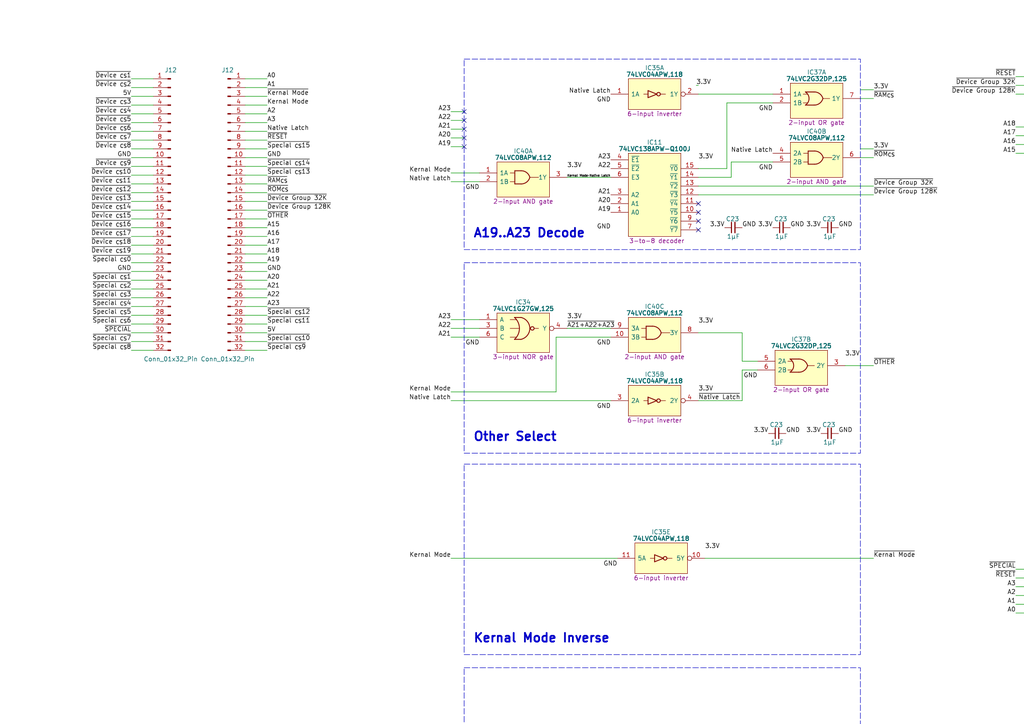
<source format=kicad_sch>
(kicad_sch (version 20230121) (generator eeschema)
  (paper "A4")
  (lib_symbols
    (symbol "C_0805_5" (pin_numbers hide) (pin_names (offset 0.254) hide)
      (property "Reference" "C" (at 2.286 2.54 0))
      (property "Value" "?μF" (at 2.54 -2.54 0))
      (symbol "C_0805_5_1_1"
        (pin passive line (at 0 0 0) (length 2.032) (name "~") (number "1"))
        (pin passive line (at 5.08 0 180) (length 2.032) (name "~") (number "2"))
      )
    )
    (symbol "Connector:Conn_01x32_Pin" (pin_names (offset 1.016) hide)
      (property "Reference" "J" (at 0 40.64 0))
      (property "Value" "Conn_01x32_Pin" (at 0 -43.18 0))
      (symbol "Conn_01x32_Pin_1_1"
        (pin passive line (at 5.08 38.1 180) (length 3.81) (name "Pin_1") (number "1"))
        (pin passive line (at 5.08 15.24 180) (length 3.81) (name "Pin_10") (number "10"))
        (pin passive line (at 5.08 12.7 180) (length 3.81) (name "Pin_11") (number "11"))
        (pin passive line (at 5.08 10.16 180) (length 3.81) (name "Pin_12") (number "12"))
        (pin passive line (at 5.08 7.62 180) (length 3.81) (name "Pin_13") (number "13"))
        (pin passive line (at 5.08 5.08 180) (length 3.81) (name "Pin_14") (number "14"))
        (pin passive line (at 5.08 2.54 180) (length 3.81) (name "Pin_15") (number "15"))
        (pin passive line (at 5.08 0 180) (length 3.81) (name "Pin_16") (number "16"))
        (pin passive line (at 5.08 -2.54 180) (length 3.81) (name "Pin_17") (number "17"))
        (pin passive line (at 5.08 -5.08 180) (length 3.81) (name "Pin_18") (number "18"))
        (pin passive line (at 5.08 -7.62 180) (length 3.81) (name "Pin_19") (number "19"))
        (pin passive line (at 5.08 35.56 180) (length 3.81) (name "Pin_2") (number "2"))
        (pin passive line (at 5.08 -10.16 180) (length 3.81) (name "Pin_20") (number "20"))
        (pin passive line (at 5.08 -12.7 180) (length 3.81) (name "Pin_21") (number "21"))
        (pin passive line (at 5.08 -15.24 180) (length 3.81) (name "Pin_22") (number "22"))
        (pin passive line (at 5.08 -17.78 180) (length 3.81) (name "Pin_23") (number "23"))
        (pin passive line (at 5.08 -20.32 180) (length 3.81) (name "Pin_24") (number "24"))
        (pin passive line (at 5.08 -22.86 180) (length 3.81) (name "Pin_25") (number "25"))
        (pin passive line (at 5.08 -25.4 180) (length 3.81) (name "Pin_26") (number "26"))
        (pin passive line (at 5.08 -27.94 180) (length 3.81) (name "Pin_27") (number "27"))
        (pin passive line (at 5.08 -30.48 180) (length 3.81) (name "Pin_28") (number "28"))
        (pin passive line (at 5.08 -33.02 180) (length 3.81) (name "Pin_29") (number "29"))
        (pin passive line (at 5.08 33.02 180) (length 3.81) (name "Pin_3") (number "3"))
        (pin passive line (at 5.08 -35.56 180) (length 3.81) (name "Pin_30") (number "30"))
        (pin passive line (at 5.08 -38.1 180) (length 3.81) (name "Pin_31") (number "31"))
        (pin passive line (at 5.08 -40.64 180) (length 3.81) (name "Pin_32") (number "32"))
        (pin passive line (at 5.08 30.48 180) (length 3.81) (name "Pin_4") (number "4"))
        (pin passive line (at 5.08 27.94 180) (length 3.81) (name "Pin_5") (number "5"))
        (pin passive line (at 5.08 25.4 180) (length 3.81) (name "Pin_6") (number "6"))
        (pin passive line (at 5.08 22.86 180) (length 3.81) (name "Pin_7") (number "7"))
        (pin passive line (at 5.08 20.32 180) (length 3.81) (name "Pin_8") (number "8"))
        (pin passive line (at 5.08 17.78 180) (length 3.81) (name "Pin_9") (number "9"))
      )
    )
    (symbol "Diodes_Inc:AP7365-33WG-7" (pin_names (offset 0.762))
      (property "Reference" "IC" (at 12.7 5.08 0))
      (property "Value" "AP7365-33WG-7" (at 12.7 3.175 0))
      (property "Description" "3.3V LDO voltage regulator" (at 12.7 -8.255 0))
      (symbol "AP7365-33WG-7_0_0"
        (pin passive line (at 0 0 0) (length 5.08) (name "VIN") (number "1"))
        (pin passive line (at 0 -5.08 0) (length 5.08) (name "GND") (number "2"))
        (pin input line (at 0 -2.54 0) (length 5.08) (name "EN") (number "3"))
        (pin passive line (at 25.4 -5.08 180) (length 5.08) (name "ADJ") (number "4"))
        (pin passive line (at 25.4 0 180) (length 5.08) (name "VOUT") (number "5"))
      )
    )
    (symbol "HCP65:C_0805" (pin_numbers hide) (pin_names (offset 0.254) hide)
      (property "Reference" "C" (at 2.286 2.54 0))
      (property "Value" "?μF" (at 2.54 -2.54 0))
      (symbol "C_0805_1_1"
        (pin passive line (at 0 0 0) (length 2.032) (name "~") (number "1"))
        (pin passive line (at 5.08 0 180) (length 2.032) (name "~") (number "2"))
      )
    )
    (symbol "Nexperia:74LVC04APW,118_Multi" (pin_names (offset 0.762))
      (property "Reference" "IC" (at 12.7 7.62 0))
      (property "Value" "74LVC04APW,118" (at 12.7 5.715 0))
      (property "Description" "6-input inverter" (at 12.7 -5.715 0))
      (symbol "74LVC04APW,118_Multi_0_0"
        (pin passive line (at 25.4 2.54 180) (length 5.08) hide (name "3V") (number "14"))
        (pin passive line (at 0 -2.54 0) (length 5.08) hide (name "GND") (number "7"))
      )
      (symbol "74LVC04APW,118_Multi_1_0"
        (pin input line (at 0 0 0) (length 5.08) (name "1A") (number "1"))
        (pin output inverted (at 25.4 0 180) (length 5.08) (name "1Y") (number "2"))
      )
      (symbol "74LVC04APW,118_Multi_2_0"
        (pin input line (at 0 0 0) (length 5.08) (name "2A") (number "3"))
        (pin output inverted (at 25.4 0 180) (length 5.08) (name "2Y") (number "4"))
      )
      (symbol "74LVC04APW,118_Multi_3_0"
        (pin input line (at 0 0 0) (length 5.08) (name "3A") (number "5"))
        (pin output inverted (at 25.4 0 180) (length 5.08) (name "3Y") (number "6"))
      )
      (symbol "74LVC04APW,118_Multi_4_0"
        (pin output inverted (at 25.4 0 180) (length 5.08) (name "4Y") (number "8"))
        (pin input line (at 0 0 0) (length 5.08) (name "4A") (number "9"))
      )
      (symbol "74LVC04APW,118_Multi_5_0"
        (pin output inverted (at 25.4 0 180) (length 5.08) (name "5Y") (number "10"))
        (pin input line (at 0 0 0) (length 5.08) (name "5A") (number "11"))
      )
      (symbol "74LVC04APW,118_Multi_6_0"
        (pin output inverted (at 25.4 0 180) (length 5.08) (name "6Y") (number "12"))
        (pin input line (at 0 0 0) (length 5.08) (name "6A") (number "13"))
      )
    )
    (symbol "Nexperia:74LVC08APW,112_Multi" (pin_names (offset 0.762))
      (property "Reference" "IC" (at 12.7 6.35 0))
      (property "Value" "74LVC08APW,112" (at 12.7 4.445 0))
      (property "Description" "2-input AND gate" (at 12.7 -8.255 0))
      (symbol "74LVC08APW,112_Multi_0_0"
        (pin passive line (at 25.4 1.27 180) (length 5.08) hide (name "3V") (number "14"))
        (pin passive line (at 0 -5.08 0) (length 5.08) hide (name "GND") (number "7"))
      )
      (symbol "74LVC08APW,112_Multi_1_0"
        (pin input line (at 0 0 0) (length 5.08) (name "1A") (number "1"))
        (pin input line (at 0 -2.54 0) (length 5.08) (name "1B") (number "2"))
        (pin passive line (at 25.4 -1.27 180) (length 5.08) (name "1Y") (number "3"))
      )
      (symbol "74LVC08APW,112_Multi_2_0"
        (pin input line (at 0 0 0) (length 5.08) (name "2A") (number "4"))
        (pin input line (at 0 -2.54 0) (length 5.08) (name "2B") (number "5"))
        (pin output line (at 25.4 -1.27 180) (length 5.08) (name "2Y") (number "6"))
      )
      (symbol "74LVC08APW,112_Multi_3_0"
        (pin input line (at 0 -2.54 0) (length 5.08) (name "3B") (number "10"))
        (pin output line (at 25.4 -1.27 180) (length 5.08) (name "3Y") (number "8"))
        (pin input line (at 0 0 0) (length 5.08) (name "3A") (number "9"))
      )
      (symbol "74LVC08APW,112_Multi_4_0"
        (pin output line (at 25.4 -1.27 180) (length 5.08) (name "4Y") (number "11"))
        (pin input line (at 0 0 0) (length 5.08) (name "4A") (number "12"))
        (pin input line (at 0 -2.54 0) (length 5.08) (name "4B") (number "13"))
      )
    )
    (symbol "Nexperia:74LVC138APW-Q100J" (pin_names (offset 0.762))
      (property "Reference" "IC" (at 12.7 3.175 0))
      (property "Value" "74LVC138APW-Q100J" (at 12.7 1.27 0))
      (property "Description" "3-to-8 decoder" (at 13.335 -25.4 0))
      (symbol "74LVC138APW-Q100J_0_0"
        (pin input line (at 0 -17.145 0) (length 5.08) (name "A0") (number "1"))
        (pin output line (at 25.4 -17.145 180) (length 5.08) (name "~{Y5}") (number "10"))
        (pin output line (at 25.4 -14.605 180) (length 5.08) (name "~{Y4}") (number "11"))
        (pin output line (at 25.4 -12.065 180) (length 5.08) (name "~{Y3}") (number "12"))
        (pin output line (at 25.4 -9.525 180) (length 5.08) (name "~{Y2}") (number "13"))
        (pin output line (at 25.4 -6.985 180) (length 5.08) (name "~{Y1}") (number "14"))
        (pin output line (at 25.4 -4.445 180) (length 5.08) (name "~{Y0}") (number "15"))
        (pin passive line (at 25.4 -1.905 180) (length 5.08) hide (name "3V") (number "16"))
        (pin input line (at 0 -14.605 0) (length 5.08) (name "A1") (number "2"))
        (pin input line (at 0 -12.065 0) (length 5.08) (name "A2") (number "3"))
        (pin input line (at 0 -1.905 0) (length 5.08) (name "~{E1}") (number "4"))
        (pin input line (at 0 -4.445 0) (length 5.08) (name "~{E2}") (number "5"))
        (pin input line (at 0 -6.985 0) (length 5.08) (name "E3") (number "6"))
        (pin output line (at 25.4 -22.225 180) (length 5.08) (name "~{Y7}") (number "7"))
        (pin passive line (at 0 -22.225 0) (length 5.08) hide (name "GND") (number "8"))
        (pin output line (at 25.4 -19.685 180) (length 5.08) (name "~{Y6}") (number "9"))
      )
    )
    (symbol "Nexperia:74LVC1G27GW,125" (pin_names (offset 0.762))
      (property "Reference" "IC" (at 12.7 5.08 0))
      (property "Value" "74LVC1G27GW,125" (at 12.7 3.175 0))
      (property "Description" "3-input NOR gate" (at 12.7 -10.795 0))
      (symbol "74LVC1G27GW,125_0_0"
        (pin input line (at 0 0 0) (length 5.08) (name "A") (number "1"))
        (pin passive line (at 0 -7.62 0) (length 5.08) hide (name "GND") (number "2"))
        (pin input line (at 0 -2.54 0) (length 5.08) (name "B") (number "3"))
        (pin input inverted (at 25.4 -2.54 180) (length 5.08) (name "Y") (number "4"))
        (pin passive line (at 25.4 0 180) (length 5.08) hide (name "3V") (number "5"))
        (pin input line (at 0 -5.08 0) (length 5.08) (name "C") (number "6"))
      )
    )
    (symbol "Nexperia:74LVC2G32DP,125_Multi" (pin_names (offset 0.762))
      (property "Reference" "IC" (at 12.7 6.35 0))
      (property "Value" "74LVC2G32DP,125" (at 12.7 4.445 0))
      (property "Description" "2-input OR gate" (at 12.7 -8.255 0))
      (symbol "74LVC2G32DP,125_Multi_0_0"
        (pin passive line (at 0 -5.08 0) (length 5.08) hide (name "GND") (number "4"))
        (pin passive line (at 25.4 1.27 180) (length 5.08) hide (name "VCC") (number "8"))
      )
      (symbol "74LVC2G32DP,125_Multi_1_0"
        (pin input line (at 0 0 0) (length 5.08) (name "1A") (number "1"))
        (pin input line (at 0 -2.54 0) (length 5.08) (name "1B") (number "2"))
        (pin output line (at 25.4 -1.27 180) (length 5.08) (name "1Y") (number "7"))
      )
      (symbol "74LVC2G32DP,125_Multi_2_0"
        (pin output line (at 25.4 -1.27 180) (length 5.08) (name "2Y") (number "3"))
        (pin input line (at 0 0 0) (length 5.08) (name "2A") (number "5"))
        (pin input line (at 0 -2.54 0) (length 5.08) (name "2B") (number "6"))
      )
    )
  )
  (junction (at 210.185 217.17))
  (junction (at 180.975 217.17))
  (no_connect (at 202.565 61.595))
  (no_connect (at 202.565 66.675))
  (no_connect (at 298.45 170.18))
  (no_connect (at 134.62 40.005))
  (no_connect (at 298.45 24.765))
  (no_connect (at 532.13 52.07))
  (no_connect (at 134.62 37.465))
  (no_connect (at 206.375 222.25))
  (no_connect (at 387.35 106.68))
  (no_connect (at 134.62 42.545))
  (no_connect (at 134.62 32.385))
  (no_connect (at 387.35 111.76))
  (no_connect (at 387.35 109.22))
  (no_connect (at 202.565 64.135))
  (no_connect (at 387.35 114.3))
  (no_connect (at 298.45 22.225))
  (no_connect (at 134.62 34.925))
  (no_connect (at 202.565 59.055))
  (no_connect (at 298.45 36.83))
  (no_connect (at 532.13 36.195))
  (no_connect (at 298.45 27.305))
  (wire (pts (xy 253.365 106.045) (xy 245.11 106.045)))
  (wire (pts (xy 71.12 43.18) (xy 77.47 43.18)))
  (wire (pts (xy 44.45 73.66) (xy 38.1 73.66)))
  (wire (pts (xy 44.45 25.4) (xy 38.1 25.4)))
  (wire (pts (xy 417.195 46.99) (xy 387.35 46.99)))
  (wire (pts (xy 210.82 29.845) (xy 210.82 48.895)))
  (wire (pts (xy 44.45 48.26) (xy 38.1 48.26)))
  (wire (pts (xy 44.45 50.8) (xy 38.1 50.8)))
  (wire (pts (xy 417.195 177.8) (xy 386.715 177.8)))
  (wire (pts (xy 44.45 40.64) (xy 38.1 40.64)))
  (wire (pts (xy 294.64 172.72) (xy 361.315 172.72)))
  (wire (pts (xy 337.185 64.135) (xy 361.95 64.135)))
  (wire (pts (xy 71.12 81.28) (xy 77.47 81.28)))
  (wire (pts (xy 210.82 48.895) (xy 202.565 48.895)))
  (wire (pts (xy 71.12 93.98) (xy 77.47 93.98)))
  (wire (pts (xy 417.195 71.755) (xy 387.35 71.755)))
  (wire (pts (xy 294.64 24.765) (xy 298.45 24.765)))
  (wire (pts (xy 417.195 208.28) (xy 386.715 208.28)))
  (wire (pts (xy 71.12 86.36) (xy 77.47 86.36)))
  (wire (pts (xy 417.195 49.53) (xy 387.35 49.53)))
  (wire (pts (xy 71.12 55.88) (xy 77.47 55.88)))
  (wire (pts (xy 164.465 51.435) (xy 177.165 51.435)))
  (wire (pts (xy 215.265 104.775) (xy 219.71 104.775)))
  (wire (pts (xy 215.265 96.52) (xy 215.265 104.775)))
  (wire (pts (xy 253.365 26.035) (xy 249.555 26.035)))
  (wire (pts (xy 417.195 76.835) (xy 387.35 76.835)))
  (wire (pts (xy 417.195 96.52) (xy 387.35 96.52)))
  (wire (pts (xy 212.09 51.435) (xy 212.09 46.99)))
  (wire (pts (xy 44.45 60.96) (xy 38.1 60.96)))
  (wire (pts (xy 130.81 40.005) (xy 134.62 40.005)))
  (wire (pts (xy 417.195 167.64) (xy 386.715 167.64)))
  (wire (pts (xy 417.195 203.2) (xy 386.715 203.2)))
  (wire (pts (xy 210.185 217.17) (xy 215.265 217.17)))
  (wire (pts (xy 71.12 45.72) (xy 77.47 45.72)))
  (wire (pts (xy 71.12 71.12) (xy 77.47 71.12)))
  (wire (pts (xy 417.195 182.88) (xy 386.715 182.88)))
  (wire (pts (xy 417.195 79.375) (xy 387.35 79.375)))
  (wire (pts (xy 253.365 28.575) (xy 249.555 28.575)))
  (wire (pts (xy 44.45 96.52) (xy 38.1 96.52)))
  (wire (pts (xy 417.195 36.83) (xy 387.35 36.83)))
  (wire (pts (xy 44.45 63.5) (xy 38.1 63.5)))
  (wire (pts (xy 44.45 99.06) (xy 38.1 99.06)))
  (wire (pts (xy 336.55 198.12) (xy 361.315 198.12)))
  (wire (pts (xy 71.12 35.56) (xy 77.47 35.56)))
  (wire (pts (xy 253.365 161.925) (xy 204.47 161.925)))
  (wire (pts (xy 202.565 27.305) (xy 224.155 27.305)))
  (wire (pts (xy 294.64 44.45) (xy 361.95 44.45)))
  (wire (pts (xy 417.195 205.74) (xy 386.715 205.74)))
  (wire (pts (xy 417.195 175.26) (xy 386.715 175.26)))
  (wire (pts (xy 332.74 165.1) (xy 332.74 162.56)))
  (wire (pts (xy 294.64 36.83) (xy 298.45 36.83)))
  (wire (pts (xy 212.09 46.99) (xy 224.155 46.99)))
  (wire (pts (xy 71.12 50.8) (xy 77.47 50.8)))
  (wire (pts (xy 71.12 33.02) (xy 77.47 33.02)))
  (wire (pts (xy 294.64 165.1) (xy 332.74 165.1)))
  (wire (pts (xy 71.12 60.96) (xy 77.47 60.96)))
  (wire (pts (xy 294.64 22.225) (xy 298.45 22.225)))
  (wire (pts (xy 417.195 213.36) (xy 386.715 213.36)))
  (wire (pts (xy 130.81 113.665) (xy 161.29 113.665)))
  (wire (pts (xy 417.195 74.295) (xy 387.35 74.295)))
  (wire (pts (xy 44.45 30.48) (xy 38.1 30.48)))
  (wire (pts (xy 219.71 107.315) (xy 215.265 107.315)))
  (wire (pts (xy 71.12 76.2) (xy 77.47 76.2)))
  (wire (pts (xy 44.45 53.34) (xy 38.1 53.34)))
  (wire (pts (xy 71.12 101.6) (xy 77.47 101.6)))
  (wire (pts (xy 294.64 167.64) (xy 361.315 167.64)))
  (wire (pts (xy 294.64 41.91) (xy 361.95 41.91)))
  (wire (pts (xy 417.195 44.45) (xy 387.35 44.45)))
  (wire (pts (xy 71.12 27.94) (xy 77.47 27.94)))
  (wire (pts (xy 71.12 25.4) (xy 77.47 25.4)))
  (wire (pts (xy 71.12 91.44) (xy 77.47 91.44)))
  (wire (pts (xy 71.12 68.58) (xy 77.47 68.58)))
  (wire (pts (xy 44.45 22.86) (xy 38.1 22.86)))
  (wire (pts (xy 253.365 56.515) (xy 202.565 56.515)))
  (wire (pts (xy 44.45 68.58) (xy 38.1 68.58)))
  (wire (pts (xy 210.185 222.25) (xy 210.185 217.17)))
  (wire (pts (xy 417.195 41.91) (xy 387.35 41.91)))
  (wire (pts (xy 44.45 33.02) (xy 38.1 33.02)))
  (wire (pts (xy 253.365 53.975) (xy 202.565 53.975)))
  (wire (pts (xy 130.81 42.545) (xy 134.62 42.545)))
  (wire (pts (xy 130.81 116.205) (xy 177.165 116.205)))
  (wire (pts (xy 44.45 43.18) (xy 38.1 43.18)))
  (wire (pts (xy 417.195 215.9) (xy 386.715 215.9)))
  (wire (pts (xy 130.81 95.25) (xy 139.065 95.25)))
  (wire (pts (xy 130.81 97.79) (xy 139.065 97.79)))
  (wire (pts (xy 44.45 58.42) (xy 38.1 58.42)))
  (wire (pts (xy 44.45 76.2) (xy 38.1 76.2)))
  (wire (pts (xy 71.12 40.64) (xy 77.47 40.64)))
  (wire (pts (xy 294.64 177.8) (xy 361.315 177.8)))
  (wire (pts (xy 417.195 210.82) (xy 386.715 210.82)))
  (wire (pts (xy 44.45 71.12) (xy 38.1 71.12)))
  (wire (pts (xy 71.12 58.42) (xy 77.47 58.42)))
  (wire (pts (xy 44.45 66.04) (xy 38.1 66.04)))
  (wire (pts (xy 294.64 170.18) (xy 298.45 170.18)))
  (wire (pts (xy 44.45 81.28) (xy 38.1 81.28)))
  (wire (pts (xy 130.81 34.925) (xy 134.62 34.925)))
  (wire (pts (xy 44.45 55.88) (xy 38.1 55.88)))
  (wire (pts (xy 130.81 37.465) (xy 134.62 37.465)))
  (wire (pts (xy 164.465 95.25) (xy 177.165 95.25)))
  (wire (pts (xy 71.12 38.1) (xy 77.47 38.1)))
  (wire (pts (xy 130.81 50.165) (xy 139.065 50.165)))
  (wire (pts (xy 417.195 198.12) (xy 386.715 198.12)))
  (wire (pts (xy 332.74 162.56) (xy 361.315 162.56)))
  (wire (pts (xy 417.195 200.66) (xy 386.715 200.66)))
  (wire (pts (xy 417.195 64.135) (xy 387.35 64.135)))
  (wire (pts (xy 130.81 32.385) (xy 134.62 32.385)))
  (wire (pts (xy 130.81 161.925) (xy 179.07 161.925)))
  (wire (pts (xy 71.12 83.82) (xy 77.47 83.82)))
  (wire (pts (xy 215.265 116.205) (xy 202.565 116.205)))
  (wire (pts (xy 71.12 30.48) (xy 77.47 30.48)))
  (wire (pts (xy 417.195 31.75) (xy 387.35 31.75)))
  (wire (pts (xy 417.195 104.14) (xy 387.35 104.14)))
  (wire (pts (xy 44.45 91.44) (xy 38.1 91.44)))
  (wire (pts (xy 44.45 86.36) (xy 38.1 86.36)))
  (wire (pts (xy 71.12 78.74) (xy 77.47 78.74)))
  (wire (pts (xy 161.29 113.665) (xy 161.29 97.79)))
  (wire (pts (xy 44.45 83.82) (xy 38.1 83.82)))
  (wire (pts (xy 71.12 99.06) (xy 77.47 99.06)))
  (wire (pts (xy 417.195 39.37) (xy 387.35 39.37)))
  (wire (pts (xy 294.64 27.305) (xy 298.45 27.305)))
  (wire (pts (xy 253.365 43.18) (xy 249.555 43.18)))
  (wire (pts (xy 44.45 93.98) (xy 38.1 93.98)))
  (wire (pts (xy 71.12 96.52) (xy 77.47 96.52)))
  (wire (pts (xy 224.155 29.845) (xy 210.82 29.845)))
  (wire (pts (xy 130.81 52.705) (xy 139.065 52.705)))
  (wire (pts (xy 165.735 217.17) (xy 165.735 222.25)))
  (wire (pts (xy 202.565 24.765) (xy 201.93 24.765)))
  (wire (pts (xy 180.975 217.17) (xy 180.975 219.71)))
  (wire (pts (xy 71.12 66.04) (xy 77.47 66.04)))
  (wire (pts (xy 417.195 66.675) (xy 387.35 66.675)))
  (wire (pts (xy 206.375 217.17) (xy 210.185 217.17)))
  (wire (pts (xy 417.195 172.72) (xy 386.715 172.72)))
  (wire (pts (xy 165.735 217.17) (xy 180.975 217.17)))
  (wire (pts (xy 417.195 81.915) (xy 387.35 81.915)))
  (wire (pts (xy 71.12 53.34) (xy 77.47 53.34)))
  (wire (pts (xy 71.12 22.86) (xy 77.47 22.86)))
  (wire (pts (xy 417.195 34.29) (xy 387.35 34.29)))
  (wire (pts (xy 44.45 88.9) (xy 38.1 88.9)))
  (wire (pts (xy 130.81 92.71) (xy 139.065 92.71)))
  (wire (pts (xy 202.565 51.435) (xy 212.09 51.435)))
  (wire (pts (xy 417.195 180.34) (xy 386.715 180.34)))
  (wire (pts (xy 253.365 45.72) (xy 249.555 45.72)))
  (wire (pts (xy 417.195 101.6) (xy 387.35 101.6)))
  (wire (pts (xy 44.45 78.74) (xy 38.1 78.74)))
  (wire (pts (xy 161.29 97.79) (xy 177.165 97.79)))
  (wire (pts (xy 44.45 101.6) (xy 38.1 101.6)))
  (wire (pts (xy 71.12 88.9) (xy 77.47 88.9)))
  (wire (pts (xy 44.45 38.1) (xy 38.1 38.1)))
  (wire (pts (xy 165.735 222.25) (xy 167.005 222.25)))
  (wire (pts (xy 71.12 73.66) (xy 77.47 73.66)))
  (wire (pts (xy 417.195 165.1) (xy 386.715 165.1)))
  (wire (pts (xy 417.195 69.215) (xy 387.35 69.215)))
  (wire (pts (xy 44.45 45.72) (xy 38.1 45.72)))
  (wire (pts (xy 294.64 39.37) (xy 361.95 39.37)))
  (wire (pts (xy 417.195 99.06) (xy 387.35 99.06)))
  (wire (pts (xy 215.265 107.315) (xy 215.265 116.205)))
  (wire (pts (xy 202.565 96.52) (xy 215.265 96.52)))
  (wire (pts (xy 294.64 175.26) (xy 361.315 175.26)))
  (wire (pts (xy 71.12 63.5) (xy 77.47 63.5)))
  (wire (pts (xy 44.45 27.94) (xy 38.1 27.94)))
  (wire (pts (xy 417.195 170.18) (xy 386.715 170.18)))
  (wire (pts (xy 71.12 48.26) (xy 77.47 48.26)))
  (wire (pts (xy 44.45 35.56) (xy 38.1 35.56)))
  (rectangle (start 134.62 76.2) (end 249.555 131.445) (stroke (width 0) (type dash)))
  (rectangle (start 459.105 17.145) (end 574.04 72.39) (stroke (width 0) (type dash)))
  (rectangle (start 134.62 134.62) (end 249.555 189.865) (stroke (width 0) (type dash)))
  (rectangle (start 298.45 134.62) (end 413.385 248.92) (stroke (width 0) (type dash)))
  (rectangle (start 134.62 17.145) (end 249.555 72.39) (stroke (width 0) (type dash)))
  (rectangle (start 298.45 17.145) (end 413.385 131.445) (stroke (width 0) (type dash)))
  (rectangle (start 134.62 193.675) (end 249.555 248.92) (stroke (width 0) (type dash)))
  (text "Spares" (at 461.645 69.215 0) (effects (font (size 2.54 2.54) (thickness 0.508) bold) (justify left bottom)))
  (text "A19..A23 Decode" (at 137.16 69.215 0) (effects (font (size 2.54 2.54) (thickness 0.508) bold) (justify left bottom)))
  (text "Device Select" (at 300.355 130.175 0) (effects (font (size 2.54 2.54) (thickness 0.508) bold) (justify left bottom)))
  (text "Special Address Select" (at 300.355 247.65 0) (effects (font (size 2.54 2.54) (thickness 0.508) bold) (justify left bottom)))
  (text "Kernal Mode Inverse" (at 137.16 186.69 0) (effects (font (size 2.54 2.54) (thickness 0.508) bold) (justify left bottom)))
  (text "Power" (at 137.16 245.745 0) (effects (font (size 2.54 2.54) (thickness 0.508) bold) (justify left bottom)))
  (text "Other Select" (at 137.16 128.27 0) (effects (font (size 2.54 2.54) (thickness 0.508) bold) (justify left bottom)))
  (label "A15" (at 361.95 76.835 180))
  (label "~{Device _{CS}17}" (at 38.1 68.58 180))
  (label "GND" (at 177.165 66.675 180))
  (label "~{Device _{CS}10}" (at 417.195 69.215 0))
  (label "3.3V" (at 532.13 49.53 0))
  (label "A1" (at 77.47 25.4 0))
  (label "~{Device Group 128K}" (at 77.47 60.96 0))
  (label "~{Special _{CS}1}" (at 38.1 81.28 180))
  (label "~{Special _{CS}15}" (at 77.47 43.18 0))
  (label "3.3V" (at 238.125 125.73 180))
  (label "~{Special _{CS}9}" (at 417.195 200.66 0))
  (label "3.3V" (at 164.465 92.71 0))
  (label "3.3V" (at 386.715 162.56 0))
  (label "~{Device Group 32K}" (at 361.95 29.21 180))
  (label "~{ROM_{CS}}" (at 77.47 55.88 0))
  (label "~{Special _{CS}8}" (at 38.1 101.6 180))
  (label "Native Latch" (at 130.81 116.205 180))
  (label "GND" (at 506.73 53.34 180))
  (label "GND" (at 215.265 66.04 0))
  (label "~{Special _{CS}5}" (at 38.1 91.44 180))
  (label "GND" (at 506.73 36.195 180))
  (label "GND" (at 390.525 125.73 0))
  (label "A20" (at 130.81 40.005 180))
  (label "~{Device _{CS}9}" (at 38.1 48.26 180))
  (label "~{Device _{CS}4}" (at 417.195 41.91 0))
  (label "GND" (at 219.71 109.855 180))
  (label "3.3V" (at 202.565 93.98 0))
  (label "GND" (at 180.975 222.25 180))
  (label "A17" (at 294.64 39.37 180))
  (label "3.3V" (at 224.155 66.04 180))
  (label "~{Special _{CS}0}" (at 417.195 165.1 0))
  (label "GND" (at 361.315 215.9 180))
  (label "3.3V" (at 401.955 243.205 180))
  (label "GND" (at 361.95 49.53 180))
  (label "~{Device Group 32K}" (at 361.95 61.595 180))
  (label "~{Device _{CS}14}" (at 417.195 79.375 0))
  (label "~{SPECIAL}" (at 417.195 31.75 0))
  (label "Kernal Mode" (at 130.81 113.665 180))
  (label "~{RAM_{CS}}" (at 77.47 53.34 0))
  (label "3.3V" (at 202.565 113.665 0))
  (label "A22" (at 130.81 95.25 180))
  (label "~{Device _{CS}9}" (at 417.195 66.675 0))
  (label "3.3V" (at 387.35 93.98 0))
  (label "~{Device Group 128K}" (at 294.64 27.305 180))
  (label "~{Device _{CS}12}" (at 417.195 74.295 0))
  (label "~{Special _{CS}3}" (at 417.195 172.72 0))
  (label "~{Device _{CS}7}" (at 38.1 40.64 180))
  (label "A22" (at 77.47 86.36 0))
  (label "GND" (at 177.165 29.845 180))
  (label "GND" (at 215.265 222.25 0))
  (label "~{Device _{CS}3}" (at 38.1 30.48 180))
  (label "A18" (at 361.95 106.68 180))
  (label "~{Special _{CS}3}" (at 38.1 86.36 180))
  (label "~{Device _{CS}1}" (at 38.1 22.86 180))
  (label "~{Special _{CS}6}" (at 38.1 93.98 180))
  (label "GND" (at 224.155 49.53 180))
  (label "~{Device _{CS}19}" (at 417.195 104.14 0))
  (label "~{Special _{CS}13}" (at 417.195 210.82 0))
  (label "~{Special _{CS}2}" (at 417.195 170.18 0))
  (label "3.3V" (at 253.365 26.035 0))
  (label "Kernal Mode·Native Latch" (at 164.465 51.435 0) (effects (font (size 0.635 0.635))))
  (label "A17" (at 77.47 71.12 0))
  (label "Native Latch" (at 130.81 52.705 180))
  (label "~{Device _{CS}2}" (at 417.195 36.83 0))
  (label "~{Device Group 128K}" (at 253.365 56.515 0))
  (label "~{Special _{CS}6}" (at 417.195 180.34 0))
  (label "A3" (at 294.64 170.18 180))
  (label "~{RESET}" (at 361.95 99.06 180))
  (label "3.3V" (at 253.365 43.18 0))
  (label "A18" (at 361.95 31.75 180))
  (label "A16" (at 294.64 41.91 180))
  (label "~{SPECIAL}" (at 294.64 165.1 180))
  (label "GND" (at 139.065 100.33 180))
  (label "A23" (at 177.165 46.355 180))
  (label "Kernal Mode" (at 130.81 50.165 180))
  (label "~{Special _{CS}11}" (at 77.47 93.98 0))
  (label "~{Special _{CS}0}" (at 38.1 76.2 180))
  (label "GND" (at 229.235 66.04 0))
  (label "~{Device _{CS}15}" (at 38.1 63.5 180))
  (label "~{RESET}" (at 311.785 64.135 180))
  (label "~{Device _{CS}13}" (at 38.1 58.42 180))
  (label "~{Special _{CS}2}" (at 38.1 83.82 180))
  (label "~{Special _{CS}5}" (at 417.195 177.8 0))
  (label "Native Latch" (at 177.165 27.305 180))
  (label "A21" (at 77.47 83.82 0))
  (label "GND" (at 311.785 66.675 180))
  (label "3.3V" (at 204.47 159.385 0))
  (label "Native Latch" (at 224.155 44.45 180))
  (label "Kernal Mode" (at 130.81 161.925 180))
  (label "A16" (at 77.47 68.58 0))
  (label "GND" (at 361.95 81.915 180))
  (label "A18" (at 77.47 73.66 0))
  (label "A22" (at 177.165 48.895 180))
  (label "GND" (at 243.205 125.73 0))
  (label "3.3V" (at 201.93 24.765 0))
  (label "~{RESET}" (at 294.64 22.225 180))
  (label "~{RESET}" (at 77.47 40.64 0))
  (label "A19" (at 77.47 76.2 0))
  (label "GND" (at 361.95 114.3 180))
  (label "~{Special _{CS}7}" (at 417.195 182.88 0))
  (label "3.3V" (at 215.265 217.17 0))
  (label "A15" (at 294.64 44.45 180))
  (label "~{Special _{CS}1}" (at 417.195 167.64 0))
  (label "A19" (at 130.81 42.545 180))
  (label "~{RESET}" (at 294.64 167.64 180))
  (label "GND" (at 77.47 78.74 0))
  (label "~{Special _{CS}10}" (at 77.47 99.06 0))
  (label "~{Device _{CS}16}" (at 417.195 96.52 0))
  (label "A17" (at 361.95 71.755 180))
  (label "A23" (at 77.47 88.9 0))
  (label "~{Special _{CS}4}" (at 38.1 88.9 180))
  (label "A2" (at 294.64 172.72 180))
  (label "~{A21+A22+A23}" (at 164.465 95.25 0))
  (label "~{Device Group 32K}" (at 294.64 24.765 180))
  (label "~{RAM_{CS}}" (at 253.365 28.575 0))
  (label "~{Special _{CS}14}" (at 77.47 48.26 0))
  (label "~{Device _{CS}5}" (at 417.195 44.45 0))
  (label "~{OTHER}" (at 77.47 63.5 0))
  (label "~{Device Group 128K}" (at 361.95 93.98 180))
  (label "3.3V" (at 337.185 61.595 0))
  (label "~{Device _{CS}1}" (at 417.195 34.29 0))
  (label "A19" (at 177.165 61.595 180))
  (label "3.3V" (at 202.565 46.355 0))
  (label "3.3V" (at 336.55 195.58 0))
  (label "~{SPECIAL}" (at 361.315 195.58 180))
  (label "~{Device _{CS}19}" (at 38.1 73.66 180))
  (label "A3" (at 77.47 35.56 0))
  (label "A18" (at 361.95 66.675 180))
  (label "3.3V" (at 164.465 48.895 0))
  (label "A18" (at 294.64 36.83 180))
  (label "~{Device _{CS}3}" (at 417.195 39.37 0))
  (label "~{RESET}" (at 361.315 200.66 180))
  (label "A3" (at 311.15 198.12 180))
  (label "A17" (at 361.95 109.22 180))
  (label "~{Special _{CS}7}" (at 38.1 99.06 180))
  (label "~{Device _{CS}11}" (at 417.195 71.755 0))
  (label "~{Device _{CS}8}" (at 38.1 43.18 180))
  (label "GND" (at 506.73 55.88 180))
  (label "A2" (at 77.47 33.02 0))
  (label "~{RESET}" (at 361.95 34.29 180))
  (label "~{Device _{CS}18}" (at 417.195 101.6 0))
  (label "~{Device _{CS}17}" (at 417.195 99.06 0))
  (label "A3" (at 361.315 165.1 180))
  (label "~{Native Latch}" (at 202.565 116.205 0))
  (label "~{OTHER}" (at 253.365 106.045 0))
  (label "3.3V" (at 385.445 125.73 180))
  (label "~{Device _{CS}7}" (at 417.195 49.53 0))
  (label "GND" (at 38.1 45.72 180))
  (label "GND" (at 172.085 222.25 0))
  (label "GND" (at 227.965 125.73 0))
  (label "5V" (at 38.1 27.94 180))
  (label "GND" (at 77.47 45.72 0))
  (label "~{Device _{CS}10}" (at 38.1 50.8 180))
  (label "~{Device _{CS}14}" (at 38.1 60.96 180))
  (label "GND" (at 391.795 243.205 0))
  (label "3.3V" (at 245.11 103.505 0))
  (label "3.3V" (at 210.185 66.04 180))
  (label "A16" (at 361.95 74.295 180))
  (label "GND" (at 224.155 32.385 180))
  (label "3.3V" (at 238.125 66.04 180))
  (label "3.3V" (at 387.35 61.595 0))
  (label "A21" (at 130.81 37.465 180))
  (label "GND" (at 506.73 38.735 180))
  (label "GND" (at 38.1 78.74 180))
  (label "5V" (at 77.47 96.52 0))
  (label "~{Device _{CS}2}" (at 38.1 25.4 180))
  (label "~{Device _{CS}4}" (at 38.1 33.02 180))
  (label "GND" (at 177.165 118.745 180))
  (label "A20" (at 177.165 59.055 180))
  (label "GND" (at 177.165 100.33 180))
  (label "GND" (at 506.73 50.8 180))
  (label "~{Device _{CS}18}" (at 38.1 71.12 180))
  (label "~{Special _{CS}13}" (at 77.47 50.8 0))
  (label "~{Kernal Mode}" (at 253.365 161.925 0))
  (label "~{Device _{CS}8}" (at 417.195 64.135 0))
  (label "A15" (at 77.47 66.04 0))
  (label "~{Special _{CS}11}" (at 417.195 205.74 0))
  (label "~{Special _{CS}15}" (at 417.195 215.9 0))
  (label "3.3V" (at 222.885 125.73 180))
  (label "5V" (at 165.735 217.17 180))
  (label "A0" (at 361.315 210.82 180))
  (label "~{Device Group 32K}" (at 253.365 53.975 0))
  (label "GND" (at 361.315 182.88 180))
  (label "A23" (at 130.81 32.385 180))
  (label "~{Device _{CS}12}" (at 38.1 55.88 180))
  (label "~{ROM_{CS}}" (at 253.365 45.72 0))
  (label "~{Device Group 32K}" (at 77.47 58.42 0))
  (label "A1" (at 294.64 175.26 180))
  (label "~{Kernal Mode}" (at 77.47 27.94 0))
  (label "~{SPECIAL}" (at 38.1 96.52 180))
  (label "~{Special _{CS}4}" (at 417.195 175.26 0))
  (label "~{Device _{CS}11}" (at 38.1 53.34 180))
  (label "GND" (at 361.95 96.52 180))
  (label "~{Special _{CS}10}" (at 417.195 203.2 0))
  (label "3.3V" (at 369.57 125.73 180))
  (label "~{Special _{CS}8}" (at 417.195 198.12 0))
  (label "~{Special _{CS}9}" (at 77.47 101.6 0))
  (label "~{Special _{CS}14}" (at 417.195 213.36 0))
  (label "Kernal Mode" (at 77.47 30.48 0))
  (label "A21" (at 130.81 97.79 180))
  (label "3.3V" (at 386.715 195.58 0))
  (label "3.3V" (at 401.32 125.73 180))
  (label "A2" (at 361.315 205.74 180))
  (label "A0" (at 77.47 22.86 0))
  (label "GND" (at 361.95 104.14 180))
  (label "~{Device _{CS}15}" (at 417.195 81.915 0))
  (label "3.3V" (at 532.13 33.655 0))
  (label "~{Device _{CS}5}" (at 38.1 35.56 180))
  (label "Native Latch" (at 77.47 38.1 0))
  (label "GND" (at 139.065 55.245 180))
  (label "~{Device _{CS}13}" (at 417.195 76.835 0))
  (label "~{Device _{CS}6}" (at 38.1 38.1 180))
  (label "A0" (at 294.64 177.8 180))
  (label "A1" (at 361.315 208.28 180))
  (label "~{Special _{CS}12}" (at 77.47 91.44 0))
  (label "A22" (at 130.81 34.925 180))
  (label "A23" (at 130.81 92.71 180))
  (label "~{Device _{CS}6}" (at 417.195 46.99 0))
  (label "~{Special _{CS}12}" (at 417.195 208.28 0))
  (label "A20" (at 77.47 81.28 0))
  (label "GND" (at 311.15 200.66 180))
  (label "A21" (at 177.165 56.515 180))
  (label "GND" (at 243.205 66.04 0))
  (label "GND" (at 179.07 164.465 180))
  (label "~{Device _{CS}16}" (at 38.1 66.04 180))
  (label "3.3V" (at 386.715 243.205 180))
  (label "GND" (at 374.65 125.73 0))
  (label "GND" (at 407.035 243.205 0))
  (label "GND" (at 406.4 125.73 0))
  (label "3.3V" (at 387.35 29.21 0))
  (symbol (lib_id "HCP65:C_0805") (at 369.57 125.73 0) (unit 1)
    (property "Reference" "C23" (at 371.856 123.19 0))
    (property "Value" "1μF" (at 372.11 128.27 0))
    (property "Footprint" "SamacSys_Parts:C_0805" (effects hide))
    (instances (project "Pico Sound" (path "" (reference "C23") (unit 1))) (project "MPU Breakout" (path "" (reference "C1") (unit 1)) (path "" (reference "C19") (unit 1)) (path "" (reference "C25") (unit 1)) (path "" (reference "C36") (unit 1))))
  )
  (symbol (lib_id "Nexperia:74LVC04APW,118_Multi") (at 179.07 161.925 0) (unit 5)
    (property "Reference" "IC35" (at 191.77 154.305 0))
    (property "Value" "74LVC04APW,118" (at 191.77 156.21 0) (effects (font bold)))
    (property "Footprint" "SOP65P640X110-14N" (effects hide))
    (property "Datasheet" "https://assets.nexperia.com/documents/data-sheet/74LVC04A.pdf" (effects hide))
    (property "Description" "6-input inverter" (at 191.77 167.64 0))
    (property "Height" "1.1" (effects hide))
    (property "Manufacturer_Name" "Nexperia" (effects hide))
    (property "Manufacturer_Part_Number" "74LVC04APW,118" (effects hide))
    (property "Mouser Part Number" "771-74LVC04APW-T" (effects hide))
    (property "Mouser Price/Stock" "https://www.mouser.co.uk/ProductDetail/Nexperia/74LVC04APW118?qs=me8TqzrmIYUA5zXidd9%2F4g%3D%3D" (effects hide))
    (property "Silkscreen" "74LVC04APW" (effects hide))
  )
  (symbol (lib_id "HCP65:C_0805") (at 210.185 66.04 0) (unit 1)
    (property "Reference" "C23" (at 212.471 63.5 0))
    (property "Value" "1μF" (at 212.725 68.58 0))
    (property "Footprint" "SamacSys_Parts:C_0805" (effects hide))
    (instances (project "Pico Sound" (path "" (reference "C23") (unit 1))) (project "MPU Breakout" (path "" (reference "C1") (unit 1)) (path "" (reference "C19") (unit 1)) (path "" (reference "C25") (unit 1)) (path "" (reference "C31") (unit 1))))
  )
  (symbol (lib_id "Nexperia:74LVC08APW,112_Multi") (at 506.73 50.8 0) (unit 4)
    (property "Reference" "IC40" (at 519.43 44.45 0))
    (property "Value" "74LVC08APW,112" (at 519.43 46.355 0) (effects (font bold)))
    (property "Footprint" "SOP65P640X110-14N" (effects hide))
    (property "Datasheet" "https://assets.nexperia.com/documents/data-sheet/74LVC08A.pdf" (effects hide))
    (property "Description" "2-input AND gate" (at 519.43 59.055 0))
    (property "Height" "1.1" (effects hide))
    (property "Manufacturer_Name" "Nexperia" (effects hide))
    (property "Manufacturer_Part_Number" "74LVC08APW,112" (effects hide))
    (property "Mouser Part Number" "771-74LVC08APW" (effects hide))
    (property "Mouser Price/Stock" "https://www.mouser.com/Search/Refine.aspx?Keyword=771-74LVC08APW" (effects hide))
    (property "Silkscreen" "74LVC08APW" (effects hide))
  )
  (symbol (lib_id "Nexperia:74LVC138APW-Q100J") (at 361.95 27.305 0) (unit 1)
    (property "Reference" "IC16" (at 374.65 24.13 0))
    (property "Value" "74LVC138APW-Q100J" (at 374.65 26.035 0) (effects (font bold)))
    (property "Footprint" "SOP65P640X110-16N" (effects hide))
    (property "Datasheet" "https://assets.nexperia.com/documents/data-sheet/74LVC138A_Q100.pdf" (effects hide))
    (property "Description" "3-to-8 decoder" (at 375.285 52.705 0))
    (property "Height" "1.1" (effects hide))
    (property "Mouser Part Number" "771-74LVC138APWQ100J" (effects hide))
    (property "Mouser Price/Stock" "https://www.mouser.co.uk/ProductDetail/Nexperia/74LVC138APW-Q100J?qs=fi7yB2oewZnXKE82xo%252BhJQ%3D%3D" (effects hide))
    (property "Manufacturer_Name" "Nexperia" (effects hide))
    (property "Manufacturer_Part_Number" "74LVC138APW-Q100J" (effects hide))
    (property "Silkscreen" "74LVC138APW" (effects hide))
  )
  (symbol (lib_id "Connector:Conn_01x32_Pin") (at 49.53 60.96 0) (mirror y) (unit 1)
    (property "Reference" "J12" (at 49.53 20.32 0))
    (property "Value" "Conn_01x32_Pin" (at 49.53 104.14 0))
    (property "Footprint" "Connector_PinHeader_2.54mm:PinHeader_1x32_P2.54mm_Vertical" (effects hide))
    (instances (project "MPU Signals" (path "" (reference "J12") (unit 1))) (project "MPU Breakout" (path "" (reference "J5") (unit 1)) (path "" (reference "J5") (unit 1))))
  )
  (symbol (lib_id "Nexperia:74LVC1G27GW,125") (at 139.065 92.71 0) (unit 1)
    (property "Reference" "IC34" (at 151.765 87.63 0))
    (property "Value" "74LVC1G27GW,125" (at 151.765 89.535 0) (effects (font bold)))
    (property "Footprint" "SOP65P210X110-6N" (effects hide))
    (property "Datasheet" "https://assets.nexperia.com/documents/data-sheet/74LVC1G27.pdf" (effects hide))
    (property "Description" "3-input NOR gate" (at 151.765 103.505 0))
    (property "Height" "1.1" (effects hide))
    (property "Mouser Part Number" "771-74LVC1G27GW125" (effects hide))
    (property "Mouser Price/Stock" "https://www.mouser.co.uk/ProductDetail/Nexperia/74LVC1G27GW125?qs=NQoTdinTi9Fjyw3yj%2FzFLA%3D%3D" (effects hide))
    (property "Manufacturer_Name" "Nexperia" (effects hide))
    (property "Manufacturer_Part_Number" "74LVC1G27GW,125" (effects hide))
    (property "Silkscreen" "'1G27" (effects hide))
  )
  (symbol (lib_name "C_0805_5") (lib_id "HCP65:C_0805") (at 167.005 222.25 0) (unit 1)
    (property "Reference" "C27" (at 169.291 219.71 0))
    (property "Value" "10μF" (at 169.545 224.79 0))
    (property "Footprint" "SamacSys_Parts:C_0805" (effects hide))
    (instances (project "Pico Sound" (path "" (reference "C27") (unit 1))) (project "MPU Breakout" (path "" (reference "C7") (unit 1)) (path "" (reference "C41") (unit 1)) (path "" (reference "C45") (unit 1))))
  )
  (symbol (lib_id "Diodes_Inc:AP7365-33WG-7") (at 180.975 217.17 0) (unit 1)
    (property "Reference" "IC2" (at 193.675 212.09 0))
    (property "Value" "AP7365-33WG-7" (at 193.675 213.995 0) (effects (font bold)))
    (property "Footprint" "SOT95P285X130-5N" (effects hide))
    (property "Datasheet" "https://componentsearchengine.com/Datasheets/1/AP7365-33WG-7.pdf" (effects hide))
    (property "Description" "3.3V LDO voltage regulator" (at 193.675 225.425 0))
    (property "Height" "1.3" (effects hide))
    (property "Manufacturer_Name" "Diodes Inc." (effects hide))
    (property "Manufacturer_Part_Number" "AP7365-33WG-7" (effects hide))
    (property "Mouser Part Number" "621-AP7365-33WG-7" (effects hide))
    (property "Mouser Price/Stock" "https://www.mouser.co.uk/ProductDetail/Diodes-Incorporated/AP7365-33WG-7?qs=abZ1nkZpTuOZFvxvoFPL0w%3D%3D" (effects hide))
    (property "Arrow Part Number" "AP7365-33WG-7" (effects hide))
    (property "Arrow Price/Stock" "https://www.arrow.com/en/products/ap7365-33wg-7/diodes-incorporated?region=nac" (effects hide))
    (property "Silkscreen" "AP7365" (effects hide))
    (instances (project "Pico Sound" (path "" (reference "IC2") (unit 1))) (project "MPU Breakout" (path "" (reference "IC7") (unit 1)) (path "" (reference "IC36") (unit 1)) (path "" (reference "IC42") (unit 1))))
  )
  (symbol (lib_name "C_0805_5") (lib_id "HCP65:C_0805") (at 210.185 222.25 0) (unit 1)
    (property "Reference" "C27" (at 212.471 219.71 0))
    (property "Value" "10μF" (at 212.725 224.79 0))
    (property "Footprint" "SamacSys_Parts:C_0805" (effects hide))
    (instances (project "Pico Sound" (path "" (reference "C27") (unit 1))) (project "MPU Breakout" (path "" (reference "C7") (unit 1)) (path "" (reference "C42") (unit 1)) (path "" (reference "C46") (unit 1))))
  )
  (symbol (lib_id "HCP65:C_0805") (at 401.32 125.73 0) (unit 1)
    (property "Reference" "C23" (at 403.606 123.19 0))
    (property "Value" "1μF" (at 403.86 128.27 0))
    (property "Footprint" "SamacSys_Parts:C_0805" (effects hide))
    (instances (project "Pico Sound" (path "" (reference "C23") (unit 1))) (project "MPU Breakout" (path "" (reference "C1") (unit 1)) (path "" (reference "C19") (unit 1)) (path "" (reference "C25") (unit 1)) (path "" (reference "C38") (unit 1))))
  )
  (symbol (lib_id "HCP65:C_0805") (at 238.125 66.04 0) (unit 1)
    (property "Reference" "C23" (at 240.411 63.5 0))
    (property "Value" "1μF" (at 240.665 68.58 0))
    (property "Footprint" "SamacSys_Parts:C_0805" (effects hide))
    (instances (project "Pico Sound" (path "" (reference "C23") (unit 1))) (project "MPU Breakout" (path "" (reference "C1") (unit 1)) (path "" (reference "C19") (unit 1)) (path "" (reference "C25") (unit 1)) (path "" (reference "C34") (unit 1))))
  )
  (symbol (lib_id "Nexperia:74LVC138APW-Q100J") (at 361.315 160.655 0) (unit 1)
    (property "Reference" "IC38" (at 374.015 157.48 0))
    (property "Value" "74LVC138APW-Q100J" (at 374.015 159.385 0) (effects (font bold)))
    (property "Footprint" "SOP65P640X110-16N" (effects hide))
    (property "Datasheet" "https://assets.nexperia.com/documents/data-sheet/74LVC138A_Q100.pdf" (effects hide))
    (property "Description" "3-to-8 decoder" (at 374.65 186.055 0))
    (property "Height" "1.1" (effects hide))
    (property "Mouser Part Number" "771-74LVC138APWQ100J" (effects hide))
    (property "Mouser Price/Stock" "https://www.mouser.co.uk/ProductDetail/Nexperia/74LVC138APW-Q100J?qs=fi7yB2oewZnXKE82xo%252BhJQ%3D%3D" (effects hide))
    (property "Manufacturer_Name" "Nexperia" (effects hide))
    (property "Manufacturer_Part_Number" "74LVC138APW-Q100J" (effects hide))
    (property "Silkscreen" "74LVC138APW" (effects hide))
  )
  (symbol (lib_id "Nexperia:74LVC04APW,118_Multi") (at 177.165 116.205 0) (unit 2)
    (property "Reference" "IC35" (at 189.865 108.585 0))
    (property "Value" "74LVC04APW,118" (at 189.865 110.49 0) (effects (font bold)))
    (property "Footprint" "SOP65P640X110-14N" (effects hide))
    (property "Datasheet" "https://assets.nexperia.com/documents/data-sheet/74LVC04A.pdf" (effects hide))
    (property "Description" "6-input inverter" (at 189.865 121.92 0))
    (property "Height" "1.1" (effects hide))
    (property "Manufacturer_Name" "Nexperia" (effects hide))
    (property "Manufacturer_Part_Number" "74LVC04APW,118" (effects hide))
    (property "Mouser Part Number" "771-74LVC04APW-T" (effects hide))
    (property "Mouser Price/Stock" "https://www.mouser.co.uk/ProductDetail/Nexperia/74LVC04APW118?qs=me8TqzrmIYUA5zXidd9%2F4g%3D%3D" (effects hide))
    (property "Silkscreen" "74LVC04APW" (effects hide))
  )
  (symbol (lib_id "Nexperia:74LVC08APW,112_Multi") (at 177.165 95.25 0) (unit 3)
    (property "Reference" "IC40" (at 189.865 88.9 0))
    (property "Value" "74LVC08APW,112" (at 189.865 90.805 0) (effects (font bold)))
    (property "Footprint" "SOP65P640X110-14N" (effects hide))
    (property "Datasheet" "https://assets.nexperia.com/documents/data-sheet/74LVC08A.pdf" (effects hide))
    (property "Description" "2-input AND gate" (at 189.865 103.505 0))
    (property "Height" "1.1" (effects hide))
    (property "Manufacturer_Name" "Nexperia" (effects hide))
    (property "Manufacturer_Part_Number" "74LVC08APW,112" (effects hide))
    (property "Mouser Part Number" "771-74LVC08APW" (effects hide))
    (property "Mouser Price/Stock" "https://www.mouser.com/Search/Refine.aspx?Keyword=771-74LVC08APW" (effects hide))
    (property "Silkscreen" "74LVC08APW" (effects hide))
  )
  (symbol (lib_id "HCP65:C_0805") (at 386.715 243.205 0) (unit 1)
    (property "Reference" "C23" (at 389.001 240.665 0))
    (property "Value" "1μF" (at 389.255 245.745 0))
    (property "Footprint" "SamacSys_Parts:C_0805" (effects hide))
    (instances (project "Pico Sound" (path "" (reference "C23") (unit 1))) (project "MPU Breakout" (path "" (reference "C1") (unit 1)) (path "" (reference "C19") (unit 1)) (path "" (reference "C25") (unit 1)) (path "" (reference "C39") (unit 1))))
  )
  (symbol (lib_id "HCP65:C_0805") (at 222.885 125.73 0) (unit 1)
    (property "Reference" "C23" (at 225.171 123.19 0))
    (property "Value" "1μF" (at 225.425 128.27 0))
    (property "Footprint" "SamacSys_Parts:C_0805" (effects hide))
    (instances (project "Pico Sound" (path "" (reference "C23") (unit 1))) (project "MPU Breakout" (path "" (reference "C1") (unit 1)) (path "" (reference "C19") (unit 1)) (path "" (reference "C25") (unit 1)) (path "" (reference "C33") (unit 1))))
  )
  (symbol (lib_id "HCP65:C_0805") (at 224.155 66.04 0) (unit 1)
    (property "Reference" "C23" (at 226.441 63.5 0))
    (property "Value" "1μF" (at 226.695 68.58 0))
    (property "Footprint" "SamacSys_Parts:C_0805" (effects hide))
    (instances (project "Pico Sound" (path "" (reference "C23") (unit 1))) (project "MPU Breakout" (path "" (reference "C1") (unit 1)) (path "" (reference "C19") (unit 1)) (path "" (reference "C25") (unit 1)) (path "" (reference "C32") (unit 1))))
  )
  (symbol (lib_id "HCP65:C_0805") (at 385.445 125.73 0) (unit 1)
    (property "Reference" "C23" (at 387.731 123.19 0))
    (property "Value" "1μF" (at 387.985 128.27 0))
    (property "Footprint" "SamacSys_Parts:C_0805" (effects hide))
    (instances (project "Pico Sound" (path "" (reference "C23") (unit 1))) (project "MPU Breakout" (path "" (reference "C1") (unit 1)) (path "" (reference "C19") (unit 1)) (path "" (reference "C25") (unit 1)) (path "" (reference "C37") (unit 1))))
  )
  (symbol (lib_id "Nexperia:74LVC04APW,118_Multi") (at 177.165 27.305 0) (unit 1)
    (property "Reference" "IC35" (at 189.865 19.685 0))
    (property "Value" "74LVC04APW,118" (at 189.865 21.59 0) (effects (font bold)))
    (property "Footprint" "SOP65P640X110-14N" (effects hide))
    (property "Datasheet" "https://assets.nexperia.com/documents/data-sheet/74LVC04A.pdf" (effects hide))
    (property "Description" "6-input inverter" (at 189.865 33.02 0))
    (property "Height" "1.1" (effects hide))
    (property "Manufacturer_Name" "Nexperia" (effects hide))
    (property "Manufacturer_Part_Number" "74LVC04APW,118" (effects hide))
    (property "Mouser Part Number" "771-74LVC04APW-T" (effects hide))
    (property "Mouser Price/Stock" "https://www.mouser.co.uk/ProductDetail/Nexperia/74LVC04APW118?qs=me8TqzrmIYUA5zXidd9%2F4g%3D%3D" (effects hide))
    (property "Silkscreen" "74LVC04APW" (effects hide))
  )
  (symbol (lib_id "Nexperia:74LVC138APW-Q100J") (at 361.95 92.075 0) (unit 1)
    (property "Reference" "IC33" (at 374.65 88.9 0))
    (property "Value" "74LVC138APW-Q100J" (at 374.65 90.805 0) (effects (font bold)))
    (property "Footprint" "SOP65P640X110-16N" (effects hide))
    (property "Datasheet" "https://assets.nexperia.com/documents/data-sheet/74LVC138A_Q100.pdf" (effects hide))
    (property "Description" "3-to-8 decoder" (at 375.285 117.475 0))
    (property "Height" "1.1" (effects hide))
    (property "Mouser Part Number" "771-74LVC138APWQ100J" (effects hide))
    (property "Mouser Price/Stock" "https://www.mouser.co.uk/ProductDetail/Nexperia/74LVC138APW-Q100J?qs=fi7yB2oewZnXKE82xo%252BhJQ%3D%3D" (effects hide))
    (property "Manufacturer_Name" "Nexperia" (effects hide))
    (property "Manufacturer_Part_Number" "74LVC138APW-Q100J" (effects hide))
    (property "Silkscreen" "74LVC138APW" (effects hide))
  )
  (symbol (lib_id "HCP65:C_0805") (at 238.125 125.73 0) (unit 1)
    (property "Reference" "C23" (at 240.411 123.19 0))
    (property "Value" "1μF" (at 240.665 128.27 0))
    (property "Footprint" "SamacSys_Parts:C_0805" (effects hide))
    (instances (project "Pico Sound" (path "" (reference "C23") (unit 1))) (project "MPU Breakout" (path "" (reference "C1") (unit 1)) (path "" (reference "C19") (unit 1)) (path "" (reference "C25") (unit 1)) (path "" (reference "C35") (unit 1))))
  )
  (symbol (lib_id "Nexperia:74LVC2G32DP,125_Multi") (at 219.71 104.775 0) (unit 2)
    (property "Reference" "IC37" (at 232.41 98.425 0))
    (property "Value" "74LVC2G32DP,125" (at 232.41 100.33 0) (effects (font bold)))
    (property "Footprint" "SOP65P400X110-8N" (effects hide))
    (property "Datasheet" "https://assets.nexperia.com/documents/data-sheet/74LVC2G32.pdf" (effects hide))
    (property "Description" "2-input OR gate" (at 232.41 113.03 0))
    (property "Height" "1.1" (effects hide))
    (property "Manufacturer_Name" "Nexperia" (effects hide))
    (property "Manufacturer_Part_Number" "74LVC2G32DP,125" (effects hide))
    (property "Mouser Part Number" "771-LVC2G32DP125" (effects hide))
    (property "Mouser Price/Stock" "https://www.mouser.co.uk/ProductDetail/Nexperia/74LVC2G32DP125?qs=me8TqzrmIYW%2FQ9dGbQTEYg%3D%3D" (effects hide))
    (property "Silkscreen" "'2G32" (effects hide))
  )
  (symbol (lib_id "Nexperia:74LVC08APW,112_Multi") (at 139.065 50.165 0) (unit 1)
    (property "Reference" "IC40" (at 151.765 43.815 0))
    (property "Value" "74LVC08APW,112" (at 151.765 45.72 0) (effects (font bold)))
    (property "Footprint" "SOP65P640X110-14N" (effects hide))
    (property "Datasheet" "https://assets.nexperia.com/documents/data-sheet/74LVC08A.pdf" (effects hide))
    (property "Description" "2-input AND gate" (at 151.765 58.42 0))
    (property "Height" "1.1" (effects hide))
    (property "Manufacturer_Name" "Nexperia" (effects hide))
    (property "Manufacturer_Part_Number" "74LVC08APW,112" (effects hide))
    (property "Mouser Part Number" "771-74LVC08APW" (effects hide))
    (property "Mouser Price/Stock" "https://www.mouser.com/Search/Refine.aspx?Keyword=771-74LVC08APW" (effects hide))
    (property "Silkscreen" "74LVC08APW" (effects hide))
  )
  (symbol (lib_id "Nexperia:74LVC04APW,118_Multi") (at 311.15 198.12 0) (unit 4)
    (property "Reference" "IC35" (at 323.85 190.5 0))
    (property "Value" "74LVC04APW,118" (at 323.85 192.405 0) (effects (font bold)))
    (property "Footprint" "SOP65P640X110-14N" (effects hide))
    (property "Datasheet" "https://assets.nexperia.com/documents/data-sheet/74LVC04A.pdf" (effects hide))
    (property "Description" "6-input inverter" (at 323.85 203.835 0))
    (property "Height" "1.1" (effects hide))
    (property "Manufacturer_Name" "Nexperia" (effects hide))
    (property "Manufacturer_Part_Number" "74LVC04APW,118" (effects hide))
    (property "Mouser Part Number" "771-74LVC04APW-T" (effects hide))
    (property "Mouser Price/Stock" "https://www.mouser.co.uk/ProductDetail/Nexperia/74LVC04APW118?qs=me8TqzrmIYUA5zXidd9%2F4g%3D%3D" (effects hide))
    (property "Silkscreen" "74LVC04APW" (effects hide))
  )
  (symbol (lib_id "Nexperia:74LVC138APW-Q100J") (at 177.165 44.45 0) (unit 1)
    (property "Reference" "IC11" (at 189.865 41.275 0))
    (property "Value" "74LVC138APW-Q100J" (at 189.865 43.18 0) (effects (font bold)))
    (property "Footprint" "SOP65P640X110-16N" (effects hide))
    (property "Datasheet" "https://assets.nexperia.com/documents/data-sheet/74LVC138A_Q100.pdf" (effects hide))
    (property "Description" "3-to-8 decoder" (at 190.5 69.85 0))
    (property "Height" "1.1" (effects hide))
    (property "Mouser Part Number" "771-74LVC138APWQ100J" (effects hide))
    (property "Mouser Price/Stock" "https://www.mouser.co.uk/ProductDetail/Nexperia/74LVC138APW-Q100J?qs=fi7yB2oewZnXKE82xo%252BhJQ%3D%3D" (effects hide))
    (property "Manufacturer_Name" "Nexperia" (effects hide))
    (property "Manufacturer_Part_Number" "74LVC138APW-Q100J" (effects hide))
    (property "Silkscreen" "74LVC138APW" (effects hide))
  )
  (symbol (lib_id "Nexperia:74LVC138APW-Q100J") (at 361.315 193.675 0) (unit 1)
    (property "Reference" "IC39" (at 374.015 190.5 0))
    (property "Value" "74LVC138APW-Q100J" (at 374.015 192.405 0) (effects (font bold)))
    (property "Footprint" "SOP65P640X110-16N" (effects hide))
    (property "Datasheet" "https://assets.nexperia.com/documents/data-sheet/74LVC138A_Q100.pdf" (effects hide))
    (property "Description" "3-to-8 decoder" (at 374.65 219.075 0))
    (property "Height" "1.1" (effects hide))
    (property "Mouser Part Number" "771-74LVC138APWQ100J" (effects hide))
    (property "Mouser Price/Stock" "https://www.mouser.co.uk/ProductDetail/Nexperia/74LVC138APW-Q100J?qs=fi7yB2oewZnXKE82xo%252BhJQ%3D%3D" (effects hide))
    (property "Manufacturer_Name" "Nexperia" (effects hide))
    (property "Manufacturer_Part_Number" "74LVC138APW-Q100J" (effects hide))
    (property "Silkscreen" "74LVC138APW" (effects hide))
  )
  (symbol (lib_id "HCP65:C_0805") (at 401.955 243.205 0) (unit 1)
    (property "Reference" "C23" (at 404.241 240.665 0))
    (property "Value" "1μF" (at 404.495 245.745 0))
    (property "Footprint" "SamacSys_Parts:C_0805" (effects hide))
    (instances (project "Pico Sound" (path "" (reference "C23") (unit 1))) (project "MPU Breakout" (path "" (reference "C1") (unit 1)) (path "" (reference "C19") (unit 1)) (path "" (reference "C25") (unit 1)) (path "" (reference "C40") (unit 1))))
  )
  (symbol (lib_id "Nexperia:74LVC04APW,118_Multi") (at 311.785 64.135 0) (unit 3)
    (property "Reference" "IC35" (at 324.485 56.515 0))
    (property "Value" "74LVC04APW,118" (at 324.485 58.42 0) (effects (font bold)))
    (property "Footprint" "SOP65P640X110-14N" (effects hide))
    (property "Datasheet" "https://assets.nexperia.com/documents/data-sheet/74LVC04A.pdf" (effects hide))
    (property "Description" "6-input inverter" (at 324.485 69.85 0))
    (property "Height" "1.1" (effects hide))
    (property "Manufacturer_Name" "Nexperia" (effects hide))
    (property "Manufacturer_Part_Number" "74LVC04APW,118" (effects hide))
    (property "Mouser Part Number" "771-74LVC04APW-T" (effects hide))
    (property "Mouser Price/Stock" "https://www.mouser.co.uk/ProductDetail/Nexperia/74LVC04APW118?qs=me8TqzrmIYUA5zXidd9%2F4g%3D%3D" (effects hide))
    (property "Silkscreen" "74LVC04APW" (effects hide))
  )
  (symbol (lib_id "Connector:Conn_01x32_Pin") (at 66.04 60.96 0) (unit 1)
    (property "Reference" "J12" (at 66.04 20.32 0))
    (property "Value" "Conn_01x32_Pin" (at 66.04 104.14 0))
    (property "Footprint" "Connector_PinHeader_2.54mm:PinHeader_1x32_P2.54mm_Vertical" (effects hide))
    (instances (project "MPU Signals" (path "" (reference "J12") (unit 1))) (project "MPU Breakout" (path "" (reference "J6") (unit 1)) (path "" (reference "J6") (unit 1))))
  )
  (symbol (lib_id "Nexperia:74LVC2G32DP,125_Multi") (at 224.155 27.305 0) (unit 1)
    (property "Reference" "IC37" (at 236.855 20.955 0))
    (property "Value" "74LVC2G32DP,125" (at 236.855 22.86 0) (effects (font bold)))
    (property "Footprint" "SOP65P400X110-8N" (effects hide))
    (property "Datasheet" "https://assets.nexperia.com/documents/data-sheet/74LVC2G32.pdf" (effects hide))
    (property "Description" "2-input OR gate" (at 236.855 35.56 0))
    (property "Height" "1.1" (effects hide))
    (property "Manufacturer_Name" "Nexperia" (effects hide))
    (property "Manufacturer_Part_Number" "74LVC2G32DP,125" (effects hide))
    (property "Mouser Part Number" "771-LVC2G32DP125" (effects hide))
    (property "Mouser Price/Stock" "https://www.mouser.co.uk/ProductDetail/Nexperia/74LVC2G32DP125?qs=me8TqzrmIYW%2FQ9dGbQTEYg%3D%3D" (effects hide))
    (property "Silkscreen" "'2G32" (effects hide))
  )
  (symbol (lib_id "Nexperia:74LVC04APW,118_Multi") (at 506.73 36.195 0) (unit 6)
    (property "Reference" "IC35" (at 519.43 28.575 0))
    (property "Value" "74LVC04APW,118" (at 519.43 30.48 0) (effects (font bold)))
    (property "Footprint" "SOP65P640X110-14N" (effects hide))
    (property "Datasheet" "https://assets.nexperia.com/documents/data-sheet/74LVC04A.pdf" (effects hide))
    (property "Description" "6-input inverter" (at 519.43 41.91 0))
    (property "Height" "1.1" (effects hide))
    (property "Manufacturer_Name" "Nexperia" (effects hide))
    (property "Manufacturer_Part_Number" "74LVC04APW,118" (effects hide))
    (property "Mouser Part Number" "771-74LVC04APW-T" (effects hide))
    (property "Mouser Price/Stock" "https://www.mouser.co.uk/ProductDetail/Nexperia/74LVC04APW118?qs=me8TqzrmIYUA5zXidd9%2F4g%3D%3D" (effects hide))
    (property "Silkscreen" "74LVC04APW" (effects hide))
  )
  (symbol (lib_id "Nexperia:74LVC138APW-Q100J") (at 361.95 59.69 0) (unit 1)
    (property "Reference" "IC32" (at 374.65 56.515 0))
    (property "Value" "74LVC138APW-Q100J" (at 374.65 58.42 0) (effects (font bold)))
    (property "Footprint" "SOP65P640X110-16N" (effects hide))
    (property "Datasheet" "https://assets.nexperia.com/documents/data-sheet/74LVC138A_Q100.pdf" (effects hide))
    (property "Description" "3-to-8 decoder" (at 375.285 85.09 0))
    (property "Height" "1.1" (effects hide))
    (property "Mouser Part Number" "771-74LVC138APWQ100J" (effects hide))
    (property "Mouser Price/Stock" "https://www.mouser.co.uk/ProductDetail/Nexperia/74LVC138APW-Q100J?qs=fi7yB2oewZnXKE82xo%252BhJQ%3D%3D" (effects hide))
    (property "Manufacturer_Name" "Nexperia" (effects hide))
    (property "Manufacturer_Part_Number" "74LVC138APW-Q100J" (effects hide))
    (property "Silkscreen" "74LVC138APW" (effects hide))
  )
  (symbol (lib_id "Nexperia:74LVC08APW,112_Multi") (at 224.155 44.45 0) (unit 2)
    (property "Reference" "IC40" (at 236.855 38.1 0))
    (property "Value" "74LVC08APW,112" (at 236.855 40.005 0) (effects (font bold)))
    (property "Footprint" "SOP65P640X110-14N" (effects hide))
    (property "Datasheet" "https://assets.nexperia.com/documents/data-sheet/74LVC08A.pdf" (effects hide))
    (property "Description" "2-input AND gate" (at 236.855 52.705 0))
    (property "Height" "1.1" (effects hide))
    (property "Manufacturer_Name" "Nexperia" (effects hide))
    (property "Manufacturer_Part_Number" "74LVC08APW,112" (effects hide))
    (property "Mouser Part Number" "771-74LVC08APW" (effects hide))
    (property "Mouser Price/Stock" "https://www.mouser.com/Search/Refine.aspx?Keyword=771-74LVC08APW" (effects hide))
    (property "Silkscreen" "74LVC08APW" (effects hide))
  )
)
</source>
